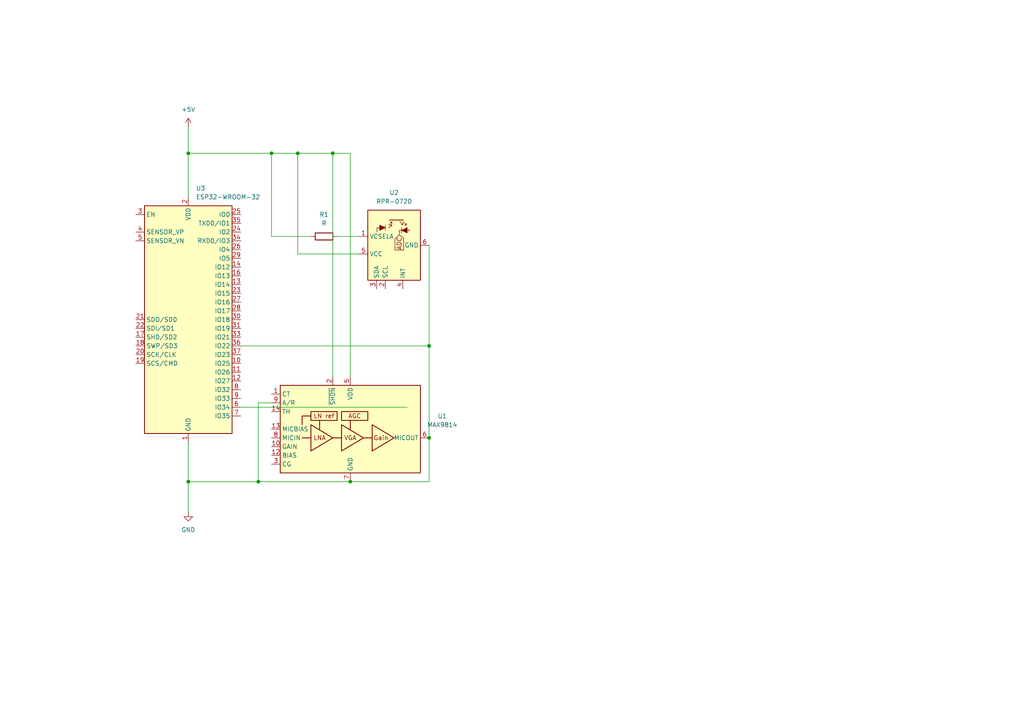
<source format=kicad_sch>
(kicad_sch (version 20231120) (generator "eeschema") (generator_version "8.0")
  (paper "A4")
  (lib_symbols
    (symbol "Amplifier_Audio:MAX9814"
      (property "Reference" "U" (at -20.32 13.97 0))
      (property "Value" "MAX9814" (at 11.43 13.97 0))
      (symbol "MAX9814_0_0"
        (rectangle (start -11.43 5.08) (end -3.81 2.54) (stroke (width 0.254)))
        (rectangle (start -2.54 5.08) (end 5.08 2.54) (stroke (width 0.254)))
        (polyline (pts (xy -11.43 -2.54) (xy -13.97 -2.54)) (stroke (width 0.254)))
        (polyline (pts (xy -8.89 2.54) (xy -8.89 0)) (stroke (width 0.254)))
        (polyline (pts (xy -2.54 -2.54) (xy -5.08 -2.54)) (stroke (width 0.254)))
        (polyline (pts (xy 0 2.54) (xy 0 0)) (stroke (width 0.254)))
        (polyline (pts (xy 3.81 -2.54) (xy 6.35 -2.54)) (stroke (width 0.254)))
        (polyline (pts (xy -11.43 3.81) (xy -13.97 3.81) (xy -13.97 1.27)) (stroke (width 0.254)))
        (polyline (pts (xy -5.08 -2.54) (xy -11.43 1.27) (xy -11.43 -6.35) (xy -5.08 -2.54)) (stroke (width 0.254)))
        (polyline (pts (xy 3.81 -2.54) (xy -2.54 1.27) (xy -2.54 -6.35) (xy 3.81 -2.54)) (stroke (width 0.254)))
        (polyline (pts (xy 12.7 -2.54) (xy 6.35 1.27) (xy 6.35 -6.35) (xy 12.7 -2.54)) (stroke (width 0.254)))
        (text "AGC" (at 1.27 3.81 0) (effects (font (size 1.27 1.27))))
        (text "Gain" (at 8.89 -2.54 0) (effects (font (size 1.27 1.27))))
        (text "LN ref" (at -7.62 3.81 0) (effects (font (size 1.27 1.27))))
        (text "LNA" (at -8.89 -2.54 0) (effects (font (size 1.27 1.27))))
        (text "VGA" (at 0 -2.54 0) (effects (font (size 1.27 1.27))))
      )
      (symbol "MAX9814_0_1"
        (rectangle (start -20.32 12.7) (end 20.32 -12.7) (stroke (width 0.254)) (fill (type background)))
      )
      (symbol "MAX9814_1_1"
        (pin input line (at -22.86 10.16 0) (length 2.54) (name "CT") (number "1"))
        (pin input line (at -22.86 -5.08 0) (length 2.54) (name "GAIN") (number "10"))
        (pin passive line (at 0 -15.24 90) (length 2.54) hide (name "GND") (number "11"))
        (pin passive line (at -22.86 -7.62 0) (length 2.54) (name "BIAS") (number "12"))
        (pin output line (at -22.86 0 0) (length 2.54) (name "MICBIAS") (number "13"))
        (pin input line (at -22.86 5.08 0) (length 2.54) (name "TH") (number "14"))
        (pin passive line (at 0 -15.24 90) (length 2.54) hide (name "GND") (number "15"))
        (pin input line (at -5.08 15.24 270) (length 2.54) (name "~{SHDN}") (number "2"))
        (pin passive line (at -22.86 -10.16 0) (length 2.54) (name "CG") (number "3"))
        (pin passive line (at 0 -15.24 90) (length 2.54) hide (name "GND") (number "4"))
        (pin power_in line (at 0 15.24 270) (length 2.54) (name "VDD") (number "5"))
        (pin output line (at 22.86 -2.54 180) (length 2.54) (name "MICOUT") (number "6"))
        (pin power_in line (at 0 -15.24 90) (length 2.54) (name "GND") (number "7"))
        (pin input line (at -22.86 -2.54 0) (length 2.54) (name "MICIN") (number "8"))
        (pin input line (at -22.86 7.62 0) (length 2.54) (name "A/R") (number "9"))
      )
    )
    (symbol "Device:R" (pin_numbers hide) (pin_names (offset 0))
      (property "Reference" "R" (at 2.032 0 90))
      (property "Value" "R" (at 0 0 90))
      (symbol "R_0_1"
        (rectangle (start -1.016 -2.54) (end 1.016 2.54) (stroke (width 0.254)))
      )
      (symbol "R_1_1"
        (pin passive line (at 0 3.81 270) (length 1.27) (name "~") (number "1"))
        (pin passive line (at 0 -3.81 90) (length 1.27) (name "~") (number "2"))
      )
    )
    (symbol "RF_Module:ESP32-WROOM-32"
      (property "Reference" "U" (at -12.7 34.29 0))
      (property "Value" "ESP32-WROOM-32" (at 1.27 34.29 0))
      (symbol "ESP32-WROOM-32_0_1"
        (rectangle (start -12.7 33.02) (end 12.7 -33.02) (stroke (width 0.254)) (fill (type background)))
      )
      (symbol "ESP32-WROOM-32_1_1"
        (pin power_in line (at 0 -35.56 90) (length 2.54) (name "GND") (number "1"))
        (pin bidirectional line (at 15.24 -12.7 180) (length 2.54) (name "IO25") (number "10"))
        (pin bidirectional line (at 15.24 -15.24 180) (length 2.54) (name "IO26") (number "11"))
        (pin bidirectional line (at 15.24 -17.78 180) (length 2.54) (name "IO27") (number "12"))
        (pin bidirectional line (at 15.24 10.16 180) (length 2.54) (name "IO14") (number "13"))
        (pin bidirectional line (at 15.24 15.24 180) (length 2.54) (name "IO12") (number "14"))
        (pin passive line (at 0 -35.56 90) (length 2.54) hide (name "GND") (number "15"))
        (pin bidirectional line (at 15.24 12.7 180) (length 2.54) (name "IO13") (number "16"))
        (pin bidirectional line (at -15.24 -5.08 0) (length 2.54) (name "SHD/SD2") (number "17"))
        (pin bidirectional line (at -15.24 -7.62 0) (length 2.54) (name "SWP/SD3") (number "18"))
        (pin bidirectional line (at -15.24 -12.7 0) (length 2.54) (name "SCS/CMD") (number "19"))
        (pin power_in line (at 0 35.56 270) (length 2.54) (name "VDD") (number "2"))
        (pin bidirectional line (at -15.24 -10.16 0) (length 2.54) (name "SCK/CLK") (number "20"))
        (pin bidirectional line (at -15.24 0 0) (length 2.54) (name "SDO/SD0") (number "21"))
        (pin bidirectional line (at -15.24 -2.54 0) (length 2.54) (name "SDI/SD1") (number "22"))
        (pin bidirectional line (at 15.24 7.62 180) (length 2.54) (name "IO15") (number "23"))
        (pin bidirectional line (at 15.24 25.4 180) (length 2.54) (name "IO2") (number "24"))
        (pin bidirectional line (at 15.24 30.48 180) (length 2.54) (name "IO0") (number "25"))
        (pin bidirectional line (at 15.24 20.32 180) (length 2.54) (name "IO4") (number "26"))
        (pin bidirectional line (at 15.24 5.08 180) (length 2.54) (name "IO16") (number "27"))
        (pin bidirectional line (at 15.24 2.54 180) (length 2.54) (name "IO17") (number "28"))
        (pin bidirectional line (at 15.24 17.78 180) (length 2.54) (name "IO5") (number "29"))
        (pin input line (at -15.24 30.48 0) (length 2.54) (name "EN") (number "3"))
        (pin bidirectional line (at 15.24 0 180) (length 2.54) (name "IO18") (number "30"))
        (pin bidirectional line (at 15.24 -2.54 180) (length 2.54) (name "IO19") (number "31"))
        (pin no_connect line (at -12.7 -27.94 0) (length 2.54) hide (name "NC") (number "32"))
        (pin bidirectional line (at 15.24 -5.08 180) (length 2.54) (name "IO21") (number "33"))
        (pin bidirectional line (at 15.24 22.86 180) (length 2.54) (name "RXD0/IO3") (number "34"))
        (pin bidirectional line (at 15.24 27.94 180) (length 2.54) (name "TXD0/IO1") (number "35"))
        (pin bidirectional line (at 15.24 -7.62 180) (length 2.54) (name "IO22") (number "36"))
        (pin bidirectional line (at 15.24 -10.16 180) (length 2.54) (name "IO23") (number "37"))
        (pin passive line (at 0 -35.56 90) (length 2.54) hide (name "GND") (number "38"))
        (pin passive line (at 0 -35.56 90) (length 2.54) hide (name "GND") (number "39"))
        (pin input line (at -15.24 25.4 0) (length 2.54) (name "SENSOR_VP") (number "4"))
        (pin input line (at -15.24 22.86 0) (length 2.54) (name "SENSOR_VN") (number "5"))
        (pin input line (at 15.24 -25.4 180) (length 2.54) (name "IO34") (number "6"))
        (pin input line (at 15.24 -27.94 180) (length 2.54) (name "IO35") (number "7"))
        (pin bidirectional line (at 15.24 -20.32 180) (length 2.54) (name "IO32") (number "8"))
        (pin bidirectional line (at 15.24 -22.86 180) (length 2.54) (name "IO33") (number "9"))
      )
    )
    (symbol "Sensor_Proximity:RPR-0720"
      (property "Reference" "U" (at -10.16 8.89 0))
      (property "Value" "RPR-0720" (at 3.81 8.89 0))
      (symbol "RPR-0720_0_0"
        (polyline (pts (xy 3.048 -1.524) (xy 1.778 -0.254) (xy -1.397 -0.254) (xy -1.397 -1.524) (xy -1.397 -2.794) (xy 2.032 -2.794) (xy 3.048 -1.524)))
        (text "ADC" (at 0.508 -1.524 0) (effects (font (size 1.27 1.27))))
      )
      (symbol "RPR-0720_0_1"
        (rectangle (start -10.16 7.62) (end 10.16 -7.62) (stroke (width 0.254)) (fill (type background)))
        (polyline (pts (xy 5.08 2.54) (xy 5.08 4.445)))
        (polyline (pts (xy 7.239 -2.667) (xy 7.493 -2.413)))
        (polyline (pts (xy 7.239 -2.159) (xy 7.493 -1.905)))
        (polyline (pts (xy 7.239 -1.651) (xy 7.493 -1.397)))
        (polyline (pts (xy 7.239 -1.143) (xy 7.493 -0.889)))
        (polyline (pts (xy 7.239 -0.635) (xy 7.493 -0.381)))
        (polyline (pts (xy 7.239 -0.127) (xy 7.493 0.127)))
        (polyline (pts (xy 7.239 0.381) (xy 7.493 0.635)))
        (polyline (pts (xy 7.239 0.889) (xy 7.493 1.143)))
        (polyline (pts (xy 7.239 1.397) (xy 7.239 -2.794)))
        (polyline (pts (xy 3.7592 4.953) (xy 5.08 4.953) (xy 5.08 4.445)))
      )
      (symbol "RPR-0720_1_0"
        (polyline (pts (xy 4.318 -4.318) (xy 4.318 -1.524) (xy 3.048 -1.524)))
      )
      (symbol "RPR-0720_1_1"
        (polyline (pts (xy 4.064 -4.318) (xy 4.572 -4.318)))
        (polyline (pts (xy 5.08 -2.159) (xy 3.556 -2.159)))
        (polyline (pts (xy 5.842 -3.556) (xy 5.842 -3.048)))
        (polyline (pts (xy 5.842 -3.556) (xy 6.35 -3.556)))
        (polyline (pts (xy 5.842 -3.556) (xy 6.731 -2.667)))
        (polyline (pts (xy 5.842 2.54) (xy 4.318 2.54)))
        (polyline (pts (xy 5.9055 0.6985) (xy 5.0165 1.5875)))
        (polyline (pts (xy 5.9055 0.6985) (xy 5.3975 0.6985)))
        (polyline (pts (xy 5.9055 0.6985) (xy 5.9055 1.2065)))
        (polyline (pts (xy 5.969 -2.54) (xy 5.969 -2.032)))
        (polyline (pts (xy 5.969 -2.54) (xy 6.477 -2.54)))
        (polyline (pts (xy 5.969 -2.54) (xy 6.858 -1.651)))
        (polyline (pts (xy 6.731 0.635) (xy 5.842 1.524)))
        (polyline (pts (xy 6.731 0.635) (xy 6.223 0.635)))
        (polyline (pts (xy 6.731 0.635) (xy 6.731 1.143)))
        (polyline (pts (xy 5.08 -3.81) (xy 3.556 -3.81) (xy 4.318 -2.159) (xy 5.08 -3.81)) (fill (type outline)))
        (polyline (pts (xy 5.842 4.191) (xy 4.318 4.191) (xy 5.08 2.54) (xy 5.842 4.191)) (fill (type outline)))
        (pin power_in line (at 2.54 10.16 270) (length 2.54) (name "VCSELA") (number "1"))
        (pin input line (at -12.7 2.54 0) (length 2.54) (name "SCL") (number "2"))
        (pin bidirectional line (at -12.7 5.08 0) (length 2.54) (name "SDA") (number "3"))
        (pin open_collector line (at -12.7 -2.54 0) (length 2.54) (name "INT") (number "4"))
        (pin power_in line (at -2.54 10.16 270) (length 2.54) (name "VCC") (number "5"))
        (pin power_in line (at 0 -10.16 90) (length 2.54) (name "GND") (number "6"))
      )
    )
    (symbol "power:+5V" (power) (pin_numbers hide) (pin_names (offset 0) hide)
      (property "Value" "+5V" (at 0 3.556 0))
      (symbol "+5V_0_1"
        (polyline (pts (xy -0.762 1.27) (xy 0 2.54)))
        (polyline (pts (xy 0 0) (xy 0 2.54)))
        (polyline (pts (xy 0 2.54) (xy 0.762 1.27)))
      )
      (symbol "+5V_1_1"
        (pin power_in line (at 0 0 90) (length 0) (name "~") (number "1"))
      )
    )
    (symbol "power:GND" (power) (pin_numbers hide) (pin_names (offset 0) hide)
      (property "Value" "GND" (at 0 -3.81 0))
      (symbol "GND_0_1"
        (polyline (pts (xy 0 0) (xy 0 -1.27) (xy 1.27 -1.27) (xy 0 -2.54) (xy -1.27 -1.27) (xy 0 -1.27)))
      )
      (symbol "GND_1_1"
        (pin power_in line (at 0 0 270) (length 0) (name "~") (number "1"))
      )
    )
  )
  (junction (at 86.36 44.45))
  (junction (at 124.46 127))
  (junction (at 124.46 100.33))
  (junction (at 96.52 44.45))
  (junction (at 54.61 139.7))
  (junction (at 74.93 139.7))
  (junction (at 101.6 139.7))
  (junction (at 54.61 44.45))
  (junction (at 78.74 44.45))
  (wire (pts (xy 86.36 73.66) (xy 86.36 44.45)))
  (wire (pts (xy 97.79 68.58) (xy 104.14 68.58)))
  (wire (pts (xy 78.74 116.84) (xy 74.93 116.84)))
  (wire (pts (xy 74.93 139.7) (xy 101.6 139.7)))
  (wire (pts (xy 101.6 139.7) (xy 124.46 139.7)))
  (wire (pts (xy 104.14 73.66) (xy 86.36 73.66)))
  (wire (pts (xy 96.52 44.45) (xy 96.52 109.22)))
  (wire (pts (xy 78.74 68.58) (xy 78.74 44.45)))
  (wire (pts (xy 54.61 139.7) (xy 54.61 148.59)))
  (wire (pts (xy 54.61 139.7) (xy 74.93 139.7)))
  (wire (pts (xy 54.61 44.45) (xy 54.61 57.15)))
  (wire (pts (xy 74.93 116.84) (xy 74.93 139.7)))
  (wire (pts (xy 90.17 68.58) (xy 78.74 68.58)))
  (wire (pts (xy 54.61 128.27) (xy 54.61 139.7)))
  (wire (pts (xy 54.61 36.83) (xy 54.61 44.45)))
  (wire (pts (xy 78.74 44.45) (xy 54.61 44.45)))
  (wire (pts (xy 96.52 44.45) (xy 86.36 44.45)))
  (wire (pts (xy 124.46 71.12) (xy 124.46 100.33)))
  (wire (pts (xy 124.46 127) (xy 124.46 139.7)))
  (wire (pts (xy 101.6 44.45) (xy 96.52 44.45)))
  (wire (pts (xy 86.36 44.45) (xy 78.74 44.45)))
  (wire (pts (xy 124.46 100.33) (xy 124.46 127)))
  (wire (pts (xy 69.85 100.33) (xy 124.46 100.33)))
  (wire (pts (xy 118.11 118.11) (xy 69.85 118.11)))
  (wire (pts (xy 101.6 109.22) (xy 101.6 44.45)))
  (symbol (lib_id "power:+5V") (at 54.61 36.83 0) (unit 1)
    (property "Reference" "#PWR01" (effects (hide yes)))
    (property "Value" "+5V" (at 54.61 31.75 0))
    (property "Description" "Power symbol creates a global label with name \"+5V\"" (effects (hide yes)))
  )
  (symbol (lib_id "Amplifier_Audio:MAX9814") (at 101.6 124.46 0) (unit 1)
    (property "Reference" "U1" (at 128.27 120.6814 0))
    (property "Value" "MAX9814" (at 128.27 123.2214 0))
    (property "Footprint" "Package_DFN_QFN:DFN-14-1EP_3x3mm_P0.4mm_EP1.78x2.35mm" (effects (hide yes)))
    (property "Datasheet" "https://datasheets.maximintegrated.com/en/ds/MAX9814.pdf" (effects (hide yes)))
    (property "Description" "Microphone Amplifier with AGC and Low-Noise Microphone Bias, TDFN-14" (effects (hide yes)))
  )
  (symbol (lib_id "RF_Module:ESP32-WROOM-32") (at 54.61 92.71 0) (unit 1)
    (property "Reference" "U3" (at 56.8041 54.61 0) (effects (justify left)))
    (property "Value" "ESP32-WROOM-32" (at 56.8041 57.15 0) (effects (justify left)))
    (property "Footprint" "RF_Module:ESP32-WROOM-32" (effects (hide yes)))
    (property "Datasheet" "https://www.espressif.com/sites/default/files/documentation/esp32-wroom-32_datasheet_en.pdf" (effects (hide yes)))
    (property "Description" "RF Module, ESP32-D0WDQ6 SoC, Wi-Fi 802.11b/g/n, Bluetooth, BLE, 32-bit, 2.7-3.6V, onboard antenna, SMD" (effects (hide yes)))
  )
  (symbol (lib_id "Device:R") (at 93.98 68.58 90) (unit 1)
    (property "Reference" "R1" (at 93.98 62.23 90))
    (property "Value" "R" (at 93.98 64.77 90))
    (property "Description" "Resistor" (effects (hide yes)))
  )
  (symbol (lib_id "Sensor_Proximity:RPR-0720") (at 114.3 71.12 90) (unit 1)
    (property "Reference" "U2" (at 114.3 55.88 90))
    (property "Value" "RPR-0720" (at 114.3 58.42 90))
    (property "Footprint" "OptoDevice:Rohm_RPR-0720" (effects (hide yes)))
    (property "Datasheet" "https://fscdn.rohm.com/en/products/databook/datasheet/opto/optical_sensor/photosensor/rpr-0720-e.pdf" (effects (hide yes)))
    (property "Description" "Proximity Sensor, I2C interface, 2x1x0.55mm, 1-15mm, 2.5-3.6V, LGA-6" (effects (hide yes)))
  )
  (symbol (lib_id "power:GND") (at 54.61 148.59 0) (unit 1)
    (property "Reference" "#PWR02" (effects (hide yes)))
    (property "Value" "GND" (at 54.61 153.67 0))
    (property "Description" "Power symbol creates a global label with name \"GND\" , ground" (effects (hide yes)))
  )
)
</source>
